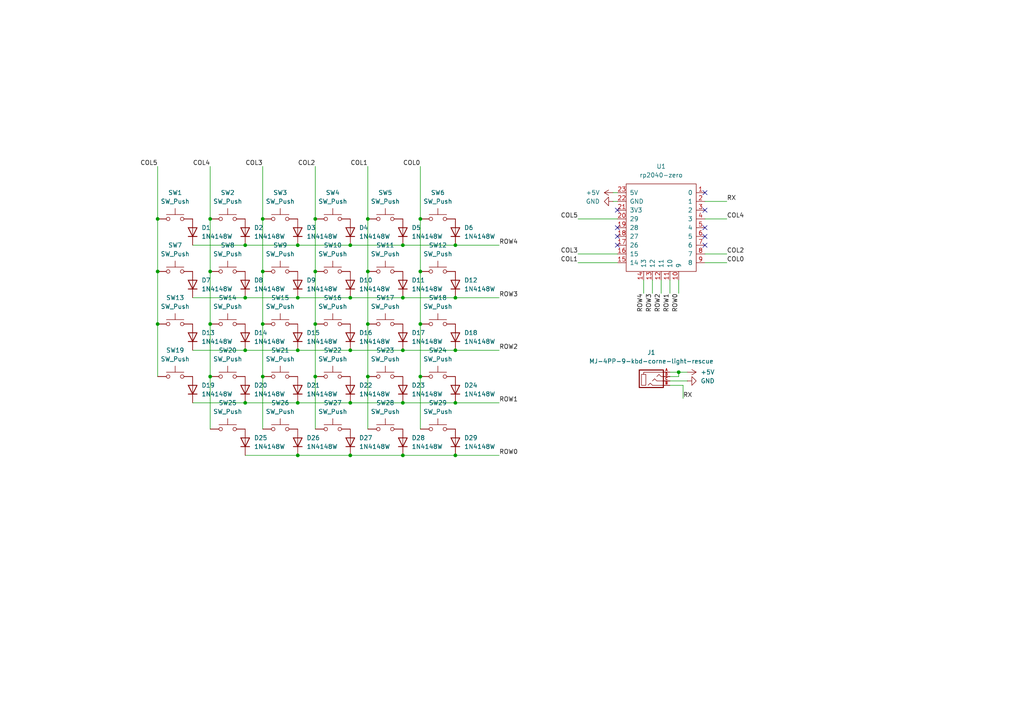
<source format=kicad_sch>
(kicad_sch (version 20231120) (generator "eeschema") (generator_version "8.0")
  (paper "A4")
  (title_block (title "Mackerel"))
  (lib_symbols
    (symbol "Diode:1N4148W" (pin_numbers hide) (pin_names hide)
      (property "Reference" "D" (at 0 2.54 0))
      (property "Value" "1N4148W" (at 0 -2.54 0))
      (symbol "1N4148W_0_1"
        (polyline (pts (xy -1.27 1.27) (xy -1.27 -1.27)) (stroke (width 0.254)))
        (polyline (pts (xy 1.27 0) (xy -1.27 0)))
        (polyline (pts (xy 1.27 1.27) (xy 1.27 -1.27) (xy -1.27 0) (xy 1.27 1.27)) (stroke (width 0.254)))
      )
      (symbol "1N4148W_1_1"
        (pin passive line (at -3.81 0 0) (length 2.54) (name "K") (number "1"))
        (pin passive line (at 3.81 0 180) (length 2.54) (name "A") (number "2"))
      )
    )
    (symbol "Switch:SW_Push" (pin_numbers hide) (pin_names (offset 1.016) hide)
      (property "Reference" "SW" (at 1.27 2.54 0))
      (property "Value" "SW_Push" (at 0 -1.524 0))
      (symbol "SW_Push_0_1"
        (circle (center -2.032 0) (radius 0.508))
        (polyline (pts (xy 0 1.27) (xy 0 3.048)))
        (polyline (pts (xy 2.54 1.27) (xy -2.54 1.27)))
        (circle (center 2.032 0) (radius 0.508))
        (pin passive line (at -5.08 0 0) (length 2.54) (name "1") (number "1"))
        (pin passive line (at 5.08 0 180) (length 2.54) (name "2") (number "2"))
      )
    )
    (symbol "mackerel:MJ-4PP-9-kbd-corne-light-rescue" (pin_names (offset 1.016))
      (property "Reference" "J" (at 0 3.81 0))
      (property "Value" "MJ-4PP-9-kbd-corne-light-rescue" (at 0 -3.81 0))
      (symbol "MJ-4PP-9-kbd-corne-light-rescue_0_1"
        (rectangle (start -1.905 -1.905) (end -3.175 1.27))
        (polyline (pts (xy -2.54 1.27) (xy -2.54 1.905) (xy 3.175 1.905)))
        (polyline (pts (xy -1.27 -1.905) (xy -0.635 -1.27) (xy 0 -1.905) (xy 3.175 -1.905)))
        (polyline (pts (xy 0 -0.635) (xy 0.635 0) (xy 1.27 -0.635) (xy 3.175 -0.635)))
        (polyline (pts (xy 1.27 0.635) (xy 1.905 1.27) (xy 2.54 0.635) (xy 3.175 0.635)))
        (rectangle (start 3.175 2.54) (end -3.81 -2.54) (stroke (width 0.3048)))
      )
      (symbol "MJ-4PP-9-kbd-corne-light-rescue_1_1"
        (pin input line (at 5.08 1.905 180) (length 2.0066) (name "~") (number "A"))
        (pin input line (at 5.08 -1.905 180) (length 2.0066) (name "~") (number "B"))
        (pin input line (at 5.08 -0.635 180) (length 2.0066) (name "~") (number "C"))
        (pin input line (at 5.08 0.635 180) (length 2.0066) (name "~") (number "D"))
      )
    )
    (symbol "mcu:rp2040-zero" (pin_names (offset 1.016))
      (property "Reference" "U" (at 0 15.24 0))
      (property "Value" "rp2040-zero" (at 0 12.7 0))
      (symbol "rp2040-zero_0_1"
        (rectangle (start -10.16 11.43) (end 10.16 -13.97))
      )
      (symbol "rp2040-zero_1_1"
        (pin bidirectional line (at 12.7 8.89 180) (length 2.54) (name "0") (number "1"))
        (pin bidirectional line (at 5.08 -16.51 90) (length 2.54) (name "9") (number "10"))
        (pin bidirectional line (at 2.54 -16.51 90) (length 2.54) (name "10") (number "11"))
        (pin bidirectional line (at 0 -16.51 90) (length 2.54) (name "11") (number "12"))
        (pin bidirectional line (at -2.54 -16.51 90) (length 2.54) (name "12") (number "13"))
        (pin bidirectional line (at -5.08 -16.51 90) (length 2.54) (name "13") (number "14"))
        (pin bidirectional line (at -12.7 -11.43 0) (length 2.54) (name "14") (number "15"))
        (pin bidirectional line (at -12.7 -8.89 0) (length 2.54) (name "15") (number "16"))
        (pin bidirectional line (at -12.7 -6.35 0) (length 2.54) (name "26") (number "17"))
        (pin bidirectional line (at -12.7 -3.81 0) (length 2.54) (name "27") (number "18"))
        (pin bidirectional line (at -12.7 -1.27 0) (length 2.54) (name "28") (number "19"))
        (pin bidirectional line (at 12.7 6.35 180) (length 2.54) (name "1") (number "2"))
        (pin bidirectional line (at -12.7 1.27 0) (length 2.54) (name "29") (number "20"))
        (pin power_out line (at -12.7 3.81 0) (length 2.54) (name "3V3") (number "21"))
        (pin power_out line (at -12.7 6.35 0) (length 2.54) (name "GND") (number "22"))
        (pin power_out line (at -12.7 8.89 0) (length 2.54) (name "5V") (number "23"))
        (pin bidirectional line (at 12.7 3.81 180) (length 2.54) (name "2") (number "3"))
        (pin bidirectional line (at 12.7 1.27 180) (length 2.54) (name "3") (number "4"))
        (pin bidirectional line (at 12.7 -1.27 180) (length 2.54) (name "4") (number "5"))
        (pin bidirectional line (at 12.7 -3.81 180) (length 2.54) (name "5") (number "6"))
        (pin bidirectional line (at 12.7 -6.35 180) (length 2.54) (name "6") (number "7"))
        (pin bidirectional line (at 12.7 -8.89 180) (length 2.54) (name "7") (number "8"))
        (pin bidirectional line (at 12.7 -11.43 180) (length 2.54) (name "8") (number "9"))
      )
    )
    (symbol "power:+5V" (power) (pin_numbers hide) (pin_names (offset 0) hide)
      (property "Value" "+5V" (at 0 3.556 0))
      (symbol "+5V_0_1"
        (polyline (pts (xy -0.762 1.27) (xy 0 2.54)))
        (polyline (pts (xy 0 0) (xy 0 2.54)))
        (polyline (pts (xy 0 2.54) (xy 0.762 1.27)))
      )
      (symbol "+5V_1_1"
        (pin power_in line (at 0 0 90) (length 0) (name "~") (number "1"))
      )
    )
    (symbol "power:GND" (power) (pin_numbers hide) (pin_names (offset 0) hide)
      (property "Value" "GND" (at 0 -3.81 0))
      (symbol "GND_0_1"
        (polyline (pts (xy 0 0) (xy 0 -1.27) (xy 1.27 -1.27) (xy 0 -2.54) (xy -1.27 -1.27) (xy 0 -1.27)))
      )
      (symbol "GND_1_1"
        (pin power_in line (at 0 0 270) (length 0) (name "~") (number "1"))
      )
    )
  )
  (junction (at 71.12 116.84))
  (junction (at 86.36 86.36))
  (junction (at 86.36 116.84))
  (junction (at 86.36 71.12))
  (junction (at 101.6 86.36))
  (junction (at 60.96 109.22))
  (junction (at 116.84 116.84))
  (junction (at 60.96 78.74))
  (junction (at 86.36 101.6))
  (junction (at 132.08 132.08))
  (junction (at 132.08 116.84))
  (junction (at 91.44 63.5))
  (junction (at 196.85 107.95))
  (junction (at 45.72 78.74))
  (junction (at 60.96 63.5))
  (junction (at 101.6 101.6))
  (junction (at 116.84 71.12))
  (junction (at 76.2 78.74))
  (junction (at 91.44 78.74))
  (junction (at 91.44 109.22))
  (junction (at 121.92 63.5))
  (junction (at 106.68 78.74))
  (junction (at 71.12 71.12))
  (junction (at 71.12 101.6))
  (junction (at 132.08 86.36))
  (junction (at 76.2 63.5))
  (junction (at 132.08 101.6))
  (junction (at 116.84 132.08))
  (junction (at 101.6 71.12))
  (junction (at 71.12 86.36))
  (junction (at 106.68 63.5))
  (junction (at 45.72 93.98))
  (junction (at 76.2 93.98))
  (junction (at 121.92 93.98))
  (junction (at 101.6 116.84))
  (junction (at 116.84 86.36))
  (junction (at 132.08 71.12))
  (junction (at 106.68 93.98))
  (junction (at 45.72 63.5))
  (junction (at 76.2 109.22))
  (junction (at 106.68 109.22))
  (junction (at 60.96 93.98))
  (junction (at 91.44 93.98))
  (junction (at 101.6 132.08))
  (junction (at 116.84 101.6))
  (junction (at 121.92 109.22))
  (junction (at 86.36 132.08))
  (junction (at 121.92 78.74))
  (no_connect (at 179.07 60.96))
  (no_connect (at 204.47 68.58))
  (no_connect (at 204.47 60.96))
  (no_connect (at 204.47 71.12))
  (no_connect (at 179.07 68.58))
  (no_connect (at 179.07 66.04))
  (no_connect (at 204.47 66.04))
  (no_connect (at 179.07 71.12))
  (no_connect (at 204.47 55.88))
  (wire (pts (xy 71.12 71.12) (xy 86.36 71.12)))
  (wire (pts (xy 86.36 132.08) (xy 101.6 132.08)))
  (wire (pts (xy 55.88 101.6) (xy 71.12 101.6)))
  (wire (pts (xy 106.68 78.74) (xy 106.68 93.98)))
  (wire (pts (xy 55.88 86.36) (xy 71.12 86.36)))
  (wire (pts (xy 186.69 81.28) (xy 186.69 85.09)))
  (wire (pts (xy 121.92 109.22) (xy 121.92 124.46)))
  (wire (pts (xy 71.12 116.84) (xy 86.36 116.84)))
  (wire (pts (xy 177.8 55.88) (xy 179.07 55.88)))
  (wire (pts (xy 132.08 132.08) (xy 144.78 132.08)))
  (wire (pts (xy 106.68 93.98) (xy 106.68 109.22)))
  (wire (pts (xy 194.31 110.49) (xy 199.39 110.49)))
  (wire (pts (xy 189.23 81.28) (xy 189.23 85.09)))
  (wire (pts (xy 45.72 48.26) (xy 45.72 63.5)))
  (wire (pts (xy 116.84 86.36) (xy 132.08 86.36)))
  (wire (pts (xy 91.44 93.98) (xy 91.44 109.22)))
  (wire (pts (xy 86.36 86.36) (xy 101.6 86.36)))
  (wire (pts (xy 204.47 76.2) (xy 210.82 76.2)))
  (wire (pts (xy 194.31 107.95) (xy 196.85 107.95)))
  (wire (pts (xy 91.44 48.26) (xy 91.44 63.5)))
  (wire (pts (xy 167.64 76.2) (xy 179.07 76.2)))
  (wire (pts (xy 204.47 73.66) (xy 210.82 73.66)))
  (wire (pts (xy 76.2 109.22) (xy 76.2 124.46)))
  (wire (pts (xy 76.2 48.26) (xy 76.2 63.5)))
  (wire (pts (xy 196.85 81.28) (xy 196.85 85.09)))
  (wire (pts (xy 106.68 63.5) (xy 106.68 78.74)))
  (wire (pts (xy 167.64 73.66) (xy 179.07 73.66)))
  (wire (pts (xy 196.85 107.95) (xy 199.39 107.95)))
  (wire (pts (xy 194.31 111.76) (xy 198.12 111.76)))
  (wire (pts (xy 101.6 132.08) (xy 116.84 132.08)))
  (wire (pts (xy 116.84 101.6) (xy 132.08 101.6)))
  (wire (pts (xy 121.92 63.5) (xy 121.92 78.74)))
  (wire (pts (xy 198.12 111.76) (xy 198.12 115.57)))
  (wire (pts (xy 177.8 58.42) (xy 179.07 58.42)))
  (wire (pts (xy 91.44 109.22) (xy 91.44 124.46)))
  (wire (pts (xy 194.31 81.28) (xy 194.31 85.09)))
  (wire (pts (xy 191.77 81.28) (xy 191.77 85.09)))
  (wire (pts (xy 106.68 48.26) (xy 106.68 63.5)))
  (wire (pts (xy 60.96 63.5) (xy 60.96 78.74)))
  (wire (pts (xy 132.08 71.12) (xy 144.78 71.12)))
  (wire (pts (xy 71.12 101.6) (xy 86.36 101.6)))
  (wire (pts (xy 121.92 48.26) (xy 121.92 63.5)))
  (wire (pts (xy 101.6 116.84) (xy 116.84 116.84)))
  (wire (pts (xy 194.31 109.22) (xy 196.85 109.22)))
  (wire (pts (xy 60.96 78.74) (xy 60.96 93.98)))
  (wire (pts (xy 132.08 116.84) (xy 144.78 116.84)))
  (wire (pts (xy 91.44 63.5) (xy 91.44 78.74)))
  (wire (pts (xy 91.44 78.74) (xy 91.44 93.98)))
  (wire (pts (xy 71.12 86.36) (xy 86.36 86.36)))
  (wire (pts (xy 86.36 116.84) (xy 101.6 116.84)))
  (wire (pts (xy 121.92 93.98) (xy 121.92 109.22)))
  (wire (pts (xy 45.72 78.74) (xy 45.72 93.98)))
  (wire (pts (xy 204.47 58.42) (xy 210.82 58.42)))
  (wire (pts (xy 86.36 101.6) (xy 101.6 101.6)))
  (wire (pts (xy 45.72 63.5) (xy 45.72 78.74)))
  (wire (pts (xy 101.6 86.36) (xy 116.84 86.36)))
  (wire (pts (xy 121.92 78.74) (xy 121.92 93.98)))
  (wire (pts (xy 55.88 71.12) (xy 71.12 71.12)))
  (wire (pts (xy 101.6 101.6) (xy 116.84 101.6)))
  (wire (pts (xy 116.84 116.84) (xy 132.08 116.84)))
  (wire (pts (xy 76.2 63.5) (xy 76.2 78.74)))
  (wire (pts (xy 45.72 93.98) (xy 45.72 109.22)))
  (wire (pts (xy 132.08 86.36) (xy 144.78 86.36)))
  (wire (pts (xy 76.2 93.98) (xy 76.2 109.22)))
  (wire (pts (xy 196.85 109.22) (xy 196.85 107.95)))
  (wire (pts (xy 55.88 116.84) (xy 71.12 116.84)))
  (wire (pts (xy 106.68 109.22) (xy 106.68 124.46)))
  (wire (pts (xy 167.64 63.5) (xy 179.07 63.5)))
  (wire (pts (xy 116.84 71.12) (xy 132.08 71.12)))
  (wire (pts (xy 60.96 48.26) (xy 60.96 63.5)))
  (wire (pts (xy 71.12 132.08) (xy 86.36 132.08)))
  (wire (pts (xy 60.96 93.98) (xy 60.96 109.22)))
  (wire (pts (xy 76.2 78.74) (xy 76.2 93.98)))
  (wire (pts (xy 101.6 71.12) (xy 116.84 71.12)))
  (wire (pts (xy 204.47 63.5) (xy 210.82 63.5)))
  (wire (pts (xy 60.96 109.22) (xy 60.96 124.46)))
  (wire (pts (xy 86.36 71.12) (xy 101.6 71.12)))
  (wire (pts (xy 116.84 132.08) (xy 132.08 132.08)))
  (wire (pts (xy 132.08 101.6) (xy 144.78 101.6)))
  (label "COL2" (at 210.82 73.66 0))
  (label "ROW4" (at 144.78 71.12 0))
  (label "ROW0" (at 144.78 132.08 0))
  (label "ROW3" (at 189.23 85.09 270))
  (label "COL1" (at 167.64 76.2 180))
  (label "COL3" (at 167.64 73.66 180))
  (label "ROW2" (at 191.77 85.09 270))
  (label "COL4" (at 210.82 63.5 0))
  (label "RX" (at 210.82 58.42 0))
  (label "COL4" (at 60.96 48.26 180))
  (label "ROW2" (at 144.78 101.6 0))
  (label "ROW3" (at 144.78 86.36 0))
  (label "COL2" (at 91.44 48.26 180))
  (label "COL5" (at 45.72 48.26 180))
  (label "ROW1" (at 194.31 85.09 270))
  (label "ROW4" (at 186.69 85.09 270))
  (label "COL5" (at 167.64 63.5 180))
  (label "RX" (at 198.12 115.57 0))
  (label "ROW0" (at 196.85 85.09 270))
  (label "COL0" (at 210.82 76.2 0))
  (label "COL0" (at 121.92 48.26 180))
  (label "COL1" (at 106.68 48.26 180))
  (label "ROW1" (at 144.78 116.84 0))
  (label "COL3" (at 76.2 48.26 180))
  (symbol (lib_id "Diode:1N4148W") (at 101.6 82.55 90) (unit 1)
    (property "Reference" "D10" (at 104.14 81.2799 90) (effects (justify right)))
    (property "Value" "1N4148W" (at 104.14 83.8199 90) (effects (justify right)))
    (property "Footprint" "mackerel:D3_SMD_modified" (effects (hide yes)))
    (property "Datasheet" "https://www.vishay.com/docs/85748/1n4148w.pdf" (effects (hide yes)))
    (property "Description" "75V 0.15A Fast Switching Diode, SOD-123" (effects (hide yes)))
    (property "Sim.Device" "D" (effects (hide yes)))
    (property "Sim.Pins" "1=K 2=A" (effects (hide yes)))
  )
  (symbol (lib_id "Switch:SW_Push") (at 66.04 93.98 0) (unit 1)
    (property "Reference" "SW14" (at 66.04 86.36 0))
    (property "Value" "SW_Push" (at 66.04 88.9 0))
    (property "Footprint" "mackerel:Kailh_socket_PG1350_reversible" (effects (hide yes)))
    (property "Description" "Push button switch, generic, two pins" (effects (hide yes)))
  )
  (symbol (lib_id "Diode:1N4148W") (at 132.08 113.03 90) (unit 1)
    (property "Reference" "D24" (at 134.62 111.7599 90) (effects (justify right)))
    (property "Value" "1N4148W" (at 134.62 114.2999 90) (effects (justify right)))
    (property "Footprint" "mackerel:D3_SMD_modified" (effects (hide yes)))
    (property "Datasheet" "https://www.vishay.com/docs/85748/1n4148w.pdf" (effects (hide yes)))
    (property "Description" "75V 0.15A Fast Switching Diode, SOD-123" (effects (hide yes)))
    (property "Sim.Device" "D" (effects (hide yes)))
    (property "Sim.Pins" "1=K 2=A" (effects (hide yes)))
  )
  (symbol (lib_id "Switch:SW_Push") (at 50.8 78.74 0) (unit 1)
    (property "Reference" "SW7" (at 50.8 71.12 0))
    (property "Value" "SW_Push" (at 50.8 73.66 0))
    (property "Footprint" "mackerel:Kailh_socket_PG1350_reversible" (effects (hide yes)))
    (property "Description" "Push button switch, generic, two pins" (effects (hide yes)))
  )
  (symbol (lib_id "Switch:SW_Push") (at 66.04 63.5 0) (unit 1)
    (property "Reference" "SW2" (at 66.04 55.88 0))
    (property "Value" "SW_Push" (at 66.04 58.42 0))
    (property "Footprint" "mackerel:Kailh_socket_PG1350_reversible" (effects (hide yes)))
    (property "Description" "Push button switch, generic, two pins" (effects (hide yes)))
  )
  (symbol (lib_id "Diode:1N4148W") (at 86.36 113.03 90) (unit 1)
    (property "Reference" "D21" (at 88.9 111.7599 90) (effects (justify right)))
    (property "Value" "1N4148W" (at 88.9 114.2999 90) (effects (justify right)))
    (property "Footprint" "mackerel:D3_SMD_modified" (effects (hide yes)))
    (property "Datasheet" "https://www.vishay.com/docs/85748/1n4148w.pdf" (effects (hide yes)))
    (property "Description" "75V 0.15A Fast Switching Diode, SOD-123" (effects (hide yes)))
    (property "Sim.Device" "D" (effects (hide yes)))
    (property "Sim.Pins" "1=K 2=A" (effects (hide yes)))
  )
  (symbol (lib_id "Switch:SW_Push") (at 111.76 63.5 0) (unit 1)
    (property "Reference" "SW5" (at 111.76 55.88 0))
    (property "Value" "SW_Push" (at 111.76 58.42 0))
    (property "Footprint" "mackerel:Kailh_socket_PG1350_reversible" (effects (hide yes)))
    (property "Description" "Push button switch, generic, two pins" (effects (hide yes)))
  )
  (symbol (lib_id "Diode:1N4148W") (at 55.88 113.03 90) (unit 1)
    (property "Reference" "D19" (at 58.42 111.7599 90) (effects (justify right)))
    (property "Value" "1N4148W" (at 58.42 114.2999 90) (effects (justify right)))
    (property "Footprint" "mackerel:D3_SMD_modified" (effects (hide yes)))
    (property "Datasheet" "https://www.vishay.com/docs/85748/1n4148w.pdf" (effects (hide yes)))
    (property "Description" "75V 0.15A Fast Switching Diode, SOD-123" (effects (hide yes)))
    (property "Sim.Device" "D" (effects (hide yes)))
    (property "Sim.Pins" "1=K 2=A" (effects (hide yes)))
  )
  (symbol (lib_id "Switch:SW_Push") (at 81.28 63.5 0) (unit 1)
    (property "Reference" "SW3" (at 81.28 55.88 0))
    (property "Value" "SW_Push" (at 81.28 58.42 0))
    (property "Footprint" "mackerel:Kailh_socket_PG1350_reversible" (effects (hide yes)))
    (property "Description" "Push button switch, generic, two pins" (effects (hide yes)))
  )
  (symbol (lib_id "Switch:SW_Push") (at 127 109.22 0) (unit 1)
    (property "Reference" "SW24" (at 127 101.6 0))
    (property "Value" "SW_Push" (at 127 104.14 0))
    (property "Footprint" "mackerel:Kailh_socket_PG1350_reversible" (effects (hide yes)))
    (property "Description" "Push button switch, generic, two pins" (effects (hide yes)))
  )
  (symbol (lib_id "power:+5V") (at 177.8 55.88 90) (unit 1)
    (property "Reference" "#PWR02" (effects (hide yes)))
    (property "Value" "+5V" (at 173.99 55.8799 90) (effects (justify left)))
    (property "Description" "Power symbol creates a global label with name \"+5V\"" (effects (hide yes)))
  )
  (symbol (lib_id "Diode:1N4148W") (at 116.84 113.03 90) (unit 1)
    (property "Reference" "D23" (at 119.38 111.7599 90) (effects (justify right)))
    (property "Value" "1N4148W" (at 119.38 114.2999 90) (effects (justify right)))
    (property "Footprint" "mackerel:D3_SMD_modified" (effects (hide yes)))
    (property "Datasheet" "https://www.vishay.com/docs/85748/1n4148w.pdf" (effects (hide yes)))
    (property "Description" "75V 0.15A Fast Switching Diode, SOD-123" (effects (hide yes)))
    (property "Sim.Device" "D" (effects (hide yes)))
    (property "Sim.Pins" "1=K 2=A" (effects (hide yes)))
  )
  (symbol (lib_id "Switch:SW_Push") (at 50.8 109.22 0) (unit 1)
    (property "Reference" "SW19" (at 50.8 101.6 0))
    (property "Value" "SW_Push" (at 50.8 104.14 0))
    (property "Footprint" "mackerel:Kailh_socket_PG1350_reversible" (effects (hide yes)))
    (property "Description" "Push button switch, generic, two pins" (effects (hide yes)))
  )
  (symbol (lib_id "power:GND") (at 177.8 58.42 270) (unit 1)
    (property "Reference" "#PWR01" (effects (hide yes)))
    (property "Value" "GND" (at 173.99 58.4199 90) (effects (justify right)))
    (property "Description" "Power symbol creates a global label with name \"GND\" , ground" (effects (hide yes)))
  )
  (symbol (lib_id "Diode:1N4148W") (at 71.12 113.03 90) (unit 1)
    (property "Reference" "D20" (at 73.66 111.7599 90) (effects (justify right)))
    (property "Value" "1N4148W" (at 73.66 114.2999 90) (effects (justify right)))
    (property "Footprint" "mackerel:D3_SMD_modified" (effects (hide yes)))
    (property "Datasheet" "https://www.vishay.com/docs/85748/1n4148w.pdf" (effects (hide yes)))
    (property "Description" "75V 0.15A Fast Switching Diode, SOD-123" (effects (hide yes)))
    (property "Sim.Device" "D" (effects (hide yes)))
    (property "Sim.Pins" "1=K 2=A" (effects (hide yes)))
  )
  (symbol (lib_id "Diode:1N4148W") (at 116.84 67.31 90) (unit 1)
    (property "Reference" "D5" (at 119.38 66.0399 90) (effects (justify right)))
    (property "Value" "1N4148W" (at 119.38 68.5799 90) (effects (justify right)))
    (property "Footprint" "mackerel:D3_SMD_modified" (effects (hide yes)))
    (property "Datasheet" "https://www.vishay.com/docs/85748/1n4148w.pdf" (effects (hide yes)))
    (property "Description" "75V 0.15A Fast Switching Diode, SOD-123" (effects (hide yes)))
    (property "Sim.Device" "D" (effects (hide yes)))
    (property "Sim.Pins" "1=K 2=A" (effects (hide yes)))
  )
  (symbol (lib_id "Diode:1N4148W") (at 132.08 67.31 90) (unit 1)
    (property "Reference" "D6" (at 134.62 66.0399 90) (effects (justify right)))
    (property "Value" "1N4148W" (at 134.62 68.5799 90) (effects (justify right)))
    (property "Footprint" "mackerel:D3_SMD_modified" (effects (hide yes)))
    (property "Datasheet" "https://www.vishay.com/docs/85748/1n4148w.pdf" (effects (hide yes)))
    (property "Description" "75V 0.15A Fast Switching Diode, SOD-123" (effects (hide yes)))
    (property "Sim.Device" "D" (effects (hide yes)))
    (property "Sim.Pins" "1=K 2=A" (effects (hide yes)))
  )
  (symbol (lib_id "Diode:1N4148W") (at 101.6 67.31 90) (unit 1)
    (property "Reference" "D4" (at 104.14 66.0399 90) (effects (justify right)))
    (property "Value" "1N4148W" (at 104.14 68.5799 90) (effects (justify right)))
    (property "Footprint" "mackerel:D3_SMD_modified" (effects (hide yes)))
    (property "Datasheet" "https://www.vishay.com/docs/85748/1n4148w.pdf" (effects (hide yes)))
    (property "Description" "75V 0.15A Fast Switching Diode, SOD-123" (effects (hide yes)))
    (property "Sim.Device" "D" (effects (hide yes)))
    (property "Sim.Pins" "1=K 2=A" (effects (hide yes)))
  )
  (symbol (lib_id "Switch:SW_Push") (at 96.52 109.22 0) (unit 1)
    (property "Reference" "SW22" (at 96.52 101.6 0))
    (property "Value" "SW_Push" (at 96.52 104.14 0))
    (property "Footprint" "mackerel:Kailh_socket_PG1350_reversible" (effects (hide yes)))
    (property "Description" "Push button switch, generic, two pins" (effects (hide yes)))
  )
  (symbol (lib_id "mcu:rp2040-zero") (at 191.77 64.77 0) (unit 1)
    (property "Reference" "U1" (at 191.77 48.26 0))
    (property "Value" "rp2040-zero" (at 191.77 50.8 0))
    (property "Footprint" "mackerel:rp2040-zero-tht_modified-semi-reversible" (effects (hide yes)))
  )
  (symbol (lib_id "Diode:1N4148W") (at 55.88 67.31 90) (unit 1)
    (property "Reference" "D1" (at 58.42 66.0399 90) (effects (justify right)))
    (property "Value" "1N4148W" (at 58.42 68.5799 90) (effects (justify right)))
    (property "Footprint" "mackerel:D3_SMD_modified" (effects (hide yes)))
    (property "Datasheet" "https://www.vishay.com/docs/85748/1n4148w.pdf" (effects (hide yes)))
    (property "Description" "75V 0.15A Fast Switching Diode, SOD-123" (effects (hide yes)))
    (property "Sim.Device" "D" (effects (hide yes)))
    (property "Sim.Pins" "1=K 2=A" (effects (hide yes)))
  )
  (symbol (lib_id "Switch:SW_Push") (at 81.28 109.22 0) (unit 1)
    (property "Reference" "SW21" (at 81.28 101.6 0))
    (property "Value" "SW_Push" (at 81.28 104.14 0))
    (property "Footprint" "mackerel:Kailh_socket_PG1350_reversible" (effects (hide yes)))
    (property "Description" "Push button switch, generic, two pins" (effects (hide yes)))
  )
  (symbol (lib_id "Diode:1N4148W") (at 86.36 82.55 90) (unit 1)
    (property "Reference" "D9" (at 88.9 81.2799 90) (effects (justify right)))
    (property "Value" "1N4148W" (at 88.9 83.8199 90) (effects (justify right)))
    (property "Footprint" "mackerel:D3_SMD_modified" (effects (hide yes)))
    (property "Datasheet" "https://www.vishay.com/docs/85748/1n4148w.pdf" (effects (hide yes)))
    (property "Description" "75V 0.15A Fast Switching Diode, SOD-123" (effects (hide yes)))
    (property "Sim.Device" "D" (effects (hide yes)))
    (property "Sim.Pins" "1=K 2=A" (effects (hide yes)))
  )
  (symbol (lib_id "Switch:SW_Push") (at 111.76 78.74 0) (unit 1)
    (property "Reference" "SW11" (at 111.76 71.12 0))
    (property "Value" "SW_Push" (at 111.76 73.66 0))
    (property "Footprint" "mackerel:Kailh_socket_PG1350_reversible" (effects (hide yes)))
    (property "Description" "Push button switch, generic, two pins" (effects (hide yes)))
  )
  (symbol (lib_id "Diode:1N4148W") (at 101.6 97.79 90) (unit 1)
    (property "Reference" "D16" (at 104.14 96.5199 90) (effects (justify right)))
    (property "Value" "1N4148W" (at 104.14 99.0599 90) (effects (justify right)))
    (property "Footprint" "mackerel:D3_SMD_modified" (effects (hide yes)))
    (property "Datasheet" "https://www.vishay.com/docs/85748/1n4148w.pdf" (effects (hide yes)))
    (property "Description" "75V 0.15A Fast Switching Diode, SOD-123" (effects (hide yes)))
    (property "Sim.Device" "D" (effects (hide yes)))
    (property "Sim.Pins" "1=K 2=A" (effects (hide yes)))
  )
  (symbol (lib_id "Switch:SW_Push") (at 81.28 124.46 0) (unit 1)
    (property "Reference" "SW26" (at 81.28 116.84 0))
    (property "Value" "SW_Push" (at 81.28 119.38 0))
    (property "Footprint" "mackerel:Kailh_socket_PG1350_reversible" (effects (hide yes)))
    (property "Description" "Push button switch, generic, two pins" (effects (hide yes)))
  )
  (symbol (lib_id "Switch:SW_Push") (at 111.76 93.98 0) (unit 1)
    (property "Reference" "SW17" (at 111.76 86.36 0))
    (property "Value" "SW_Push" (at 111.76 88.9 0))
    (property "Footprint" "mackerel:Kailh_socket_PG1350_reversible" (effects (hide yes)))
    (property "Description" "Push button switch, generic, two pins" (effects (hide yes)))
  )
  (symbol (lib_id "Switch:SW_Push") (at 111.76 109.22 0) (unit 1)
    (property "Reference" "SW23" (at 111.76 101.6 0))
    (property "Value" "SW_Push" (at 111.76 104.14 0))
    (property "Footprint" "mackerel:Kailh_socket_PG1350_reversible" (effects (hide yes)))
    (property "Description" "Push button switch, generic, two pins" (effects (hide yes)))
  )
  (symbol (lib_id "Switch:SW_Push") (at 96.52 124.46 0) (unit 1)
    (property "Reference" "SW27" (at 96.52 116.84 0))
    (property "Value" "SW_Push" (at 96.52 119.38 0))
    (property "Footprint" "mackerel:Kailh_socket_PG1350_reversible" (effects (hide yes)))
    (property "Description" "Push button switch, generic, two pins" (effects (hide yes)))
  )
  (symbol (lib_id "Switch:SW_Push") (at 127 63.5 0) (unit 1)
    (property "Reference" "SW6" (at 127 55.88 0))
    (property "Value" "SW_Push" (at 127 58.42 0))
    (property "Footprint" "mackerel:Kailh_socket_PG1350_reversible" (effects (hide yes)))
    (property "Description" "Push button switch, generic, two pins" (effects (hide yes)))
  )
  (symbol (lib_id "Switch:SW_Push") (at 96.52 93.98 0) (unit 1)
    (property "Reference" "SW16" (at 96.52 86.36 0))
    (property "Value" "SW_Push" (at 96.52 88.9 0))
    (property "Footprint" "mackerel:Kailh_socket_PG1350_reversible" (effects (hide yes)))
    (property "Description" "Push button switch, generic, two pins" (effects (hide yes)))
  )
  (symbol (lib_id "Diode:1N4148W") (at 132.08 97.79 90) (unit 1)
    (property "Reference" "D18" (at 134.62 96.5199 90) (effects (justify right)))
    (property "Value" "1N4148W" (at 134.62 99.0599 90) (effects (justify right)))
    (property "Footprint" "mackerel:D3_SMD_modified" (effects (hide yes)))
    (property "Datasheet" "https://www.vishay.com/docs/85748/1n4148w.pdf" (effects (hide yes)))
    (property "Description" "75V 0.15A Fast Switching Diode, SOD-123" (effects (hide yes)))
    (property "Sim.Device" "D" (effects (hide yes)))
    (property "Sim.Pins" "1=K 2=A" (effects (hide yes)))
  )
  (symbol (lib_id "Diode:1N4148W") (at 71.12 128.27 90) (unit 1)
    (property "Reference" "D25" (at 73.66 126.9999 90) (effects (justify right)))
    (property "Value" "1N4148W" (at 73.66 129.5399 90) (effects (justify right)))
    (property "Footprint" "mackerel:D3_SMD_modified" (effects (hide yes)))
    (property "Datasheet" "https://www.vishay.com/docs/85748/1n4148w.pdf" (effects (hide yes)))
    (property "Description" "75V 0.15A Fast Switching Diode, SOD-123" (effects (hide yes)))
    (property "Sim.Device" "D" (effects (hide yes)))
    (property "Sim.Pins" "1=K 2=A" (effects (hide yes)))
  )
  (symbol (lib_id "Diode:1N4148W") (at 71.12 97.79 90) (unit 1)
    (property "Reference" "D14" (at 73.66 96.5199 90) (effects (justify right)))
    (property "Value" "1N4148W" (at 73.66 99.0599 90) (effects (justify right)))
    (property "Footprint" "mackerel:D3_SMD_modified" (effects (hide yes)))
    (property "Datasheet" "https://www.vishay.com/docs/85748/1n4148w.pdf" (effects (hide yes)))
    (property "Description" "75V 0.15A Fast Switching Diode, SOD-123" (effects (hide yes)))
    (property "Sim.Device" "D" (effects (hide yes)))
    (property "Sim.Pins" "1=K 2=A" (effects (hide yes)))
  )
  (symbol (lib_id "power:+5V") (at 199.39 107.95 270) (unit 1)
    (property "Reference" "#PWR04" (effects (hide yes)))
    (property "Value" "+5V" (at 203.2 107.9499 90) (effects (justify left)))
    (property "Description" "Power symbol creates a global label with name \"+5V\"" (effects (hide yes)))
  )
  (symbol (lib_id "Switch:SW_Push") (at 127 124.46 0) (unit 1)
    (property "Reference" "SW29" (at 127 116.84 0))
    (property "Value" "SW_Push" (at 127 119.38 0))
    (property "Footprint" "mackerel:Kailh_socket_PG1350_reversible" (effects (hide yes)))
    (property "Description" "Push button switch, generic, two pins" (effects (hide yes)))
  )
  (symbol (lib_id "Switch:SW_Push") (at 66.04 109.22 0) (unit 1)
    (property "Reference" "SW20" (at 66.04 101.6 0))
    (property "Value" "SW_Push" (at 66.04 104.14 0))
    (property "Footprint" "mackerel:Kailh_socket_PG1350_reversible" (effects (hide yes)))
    (property "Description" "Push button switch, generic, two pins" (effects (hide yes)))
  )
  (symbol (lib_id "Diode:1N4148W") (at 116.84 128.27 90) (unit 1)
    (property "Reference" "D28" (at 119.38 126.9999 90) (effects (justify right)))
    (property "Value" "1N4148W" (at 119.38 129.5399 90) (effects (justify right)))
    (property "Footprint" "mackerel:D3_SMD_modified" (effects (hide yes)))
    (property "Datasheet" "https://www.vishay.com/docs/85748/1n4148w.pdf" (effects (hide yes)))
    (property "Description" "75V 0.15A Fast Switching Diode, SOD-123" (effects (hide yes)))
    (property "Sim.Device" "D" (effects (hide yes)))
    (property "Sim.Pins" "1=K 2=A" (effects (hide yes)))
  )
  (symbol (lib_id "Switch:SW_Push") (at 111.76 124.46 0) (unit 1)
    (property "Reference" "SW28" (at 111.76 116.84 0))
    (property "Value" "SW_Push" (at 111.76 119.38 0))
    (property "Footprint" "mackerel:Kailh_socket_PG1350_reversible" (effects (hide yes)))
    (property "Description" "Push button switch, generic, two pins" (effects (hide yes)))
  )
  (symbol (lib_id "Switch:SW_Push") (at 81.28 93.98 0) (unit 1)
    (property "Reference" "SW15" (at 81.28 86.36 0))
    (property "Value" "SW_Push" (at 81.28 88.9 0))
    (property "Footprint" "mackerel:Kailh_socket_PG1350_reversible" (effects (hide yes)))
    (property "Description" "Push button switch, generic, two pins" (effects (hide yes)))
  )
  (symbol (lib_id "Diode:1N4148W") (at 71.12 82.55 90) (unit 1)
    (property "Reference" "D8" (at 73.66 81.2799 90) (effects (justify right)))
    (property "Value" "1N4148W" (at 73.66 83.8199 90) (effects (justify right)))
    (property "Footprint" "mackerel:D3_SMD_modified" (effects (hide yes)))
    (property "Datasheet" "https://www.vishay.com/docs/85748/1n4148w.pdf" (effects (hide yes)))
    (property "Description" "75V 0.15A Fast Switching Diode, SOD-123" (effects (hide yes)))
    (property "Sim.Device" "D" (effects (hide yes)))
    (property "Sim.Pins" "1=K 2=A" (effects (hide yes)))
  )
  (symbol (lib_id "Switch:SW_Push") (at 66.04 124.46 0) (unit 1)
    (property "Reference" "SW25" (at 66.04 116.84 0))
    (property "Value" "SW_Push" (at 66.04 119.38 0))
    (property "Footprint" "mackerel:Kailh_socket_PG1350_reversible" (effects (hide yes)))
    (property "Description" "Push button switch, generic, two pins" (effects (hide yes)))
  )
  (symbol (lib_id "Switch:SW_Push") (at 50.8 63.5 0) (unit 1)
    (property "Reference" "SW1" (at 50.8 55.88 0))
    (property "Value" "SW_Push" (at 50.8 58.42 0))
    (property "Footprint" "mackerel:Kailh_socket_PG1350_reversible" (effects (hide yes)))
    (property "Description" "Push button switch, generic, two pins" (effects (hide yes)))
  )
  (symbol (lib_id "Switch:SW_Push") (at 66.04 78.74 0) (unit 1)
    (property "Reference" "SW8" (at 66.04 71.12 0))
    (property "Value" "SW_Push" (at 66.04 73.66 0))
    (property "Footprint" "mackerel:Kailh_socket_PG1350_reversible" (effects (hide yes)))
    (property "Description" "Push button switch, generic, two pins" (effects (hide yes)))
  )
  (symbol (lib_id "Switch:SW_Push") (at 127 78.74 0) (unit 1)
    (property "Reference" "SW12" (at 127 71.12 0))
    (property "Value" "SW_Push" (at 127 73.66 0))
    (property "Footprint" "mackerel:Kailh_socket_PG1350_reversible" (effects (hide yes)))
    (property "Description" "Push button switch, generic, two pins" (effects (hide yes)))
  )
  (symbol (lib_id "Switch:SW_Push") (at 50.8 93.98 0) (unit 1)
    (property "Reference" "SW13" (at 50.8 86.36 0))
    (property "Value" "SW_Push" (at 50.8 88.9 0))
    (property "Footprint" "mackerel:Kailh_socket_PG1350_reversible" (effects (hide yes)))
    (property "Description" "Push button switch, generic, two pins" (effects (hide yes)))
  )
  (symbol (lib_id "Diode:1N4148W") (at 86.36 67.31 90) (unit 1)
    (property "Reference" "D3" (at 88.9 66.0399 90) (effects (justify right)))
    (property "Value" "1N4148W" (at 88.9 68.5799 90) (effects (justify right)))
    (property "Footprint" "mackerel:D3_SMD_modified" (effects (hide yes)))
    (property "Datasheet" "https://www.vishay.com/docs/85748/1n4148w.pdf" (effects (hide yes)))
    (property "Description" "75V 0.15A Fast Switching Diode, SOD-123" (effects (hide yes)))
    (property "Sim.Device" "D" (effects (hide yes)))
    (property "Sim.Pins" "1=K 2=A" (effects (hide yes)))
  )
  (symbol (lib_id "Diode:1N4148W") (at 132.08 82.55 90) (unit 1)
    (property "Reference" "D12" (at 134.62 81.2799 90) (effects (justify right)))
    (property "Value" "1N4148W" (at 134.62 83.8199 90) (effects (justify right)))
    (property "Footprint" "mackerel:D3_SMD_modified" (effects (hide yes)))
    (property "Datasheet" "https://www.vishay.com/docs/85748/1n4148w.pdf" (effects (hide yes)))
    (property "Description" "75V 0.15A Fast Switching Diode, SOD-123" (effects (hide yes)))
    (property "Sim.Device" "D" (effects (hide yes)))
    (property "Sim.Pins" "1=K 2=A" (effects (hide yes)))
  )
  (symbol (lib_id "Diode:1N4148W") (at 116.84 82.55 90) (unit 1)
    (property "Reference" "D11" (at 119.38 81.2799 90) (effects (justify right)))
    (property "Value" "1N4148W" (at 119.38 83.8199 90) (effects (justify right)))
    (property "Footprint" "mackerel:D3_SMD_modified" (effects (hide yes)))
    (property "Datasheet" "https://www.vishay.com/docs/85748/1n4148w.pdf" (effects (hide yes)))
    (property "Description" "75V 0.15A Fast Switching Diode, SOD-123" (effects (hide yes)))
    (property "Sim.Device" "D" (effects (hide yes)))
    (property "Sim.Pins" "1=K 2=A" (effects (hide yes)))
  )
  (symbol (lib_id "Diode:1N4148W") (at 55.88 82.55 90) (unit 1)
    (property "Reference" "D7" (at 58.42 81.2799 90) (effects (justify right)))
    (property "Value" "1N4148W" (at 58.42 83.8199 90) (effects (justify right)))
    (property "Footprint" "mackerel:D3_SMD_modified" (effects (hide yes)))
    (property "Datasheet" "https://www.vishay.com/docs/85748/1n4148w.pdf" (effects (hide yes)))
    (property "Description" "75V 0.15A Fast Switching Diode, SOD-123" (effects (hide yes)))
    (property "Sim.Device" "D" (effects (hide yes)))
    (property "Sim.Pins" "1=K 2=A" (effects (hide yes)))
  )
  (symbol (lib_id "Diode:1N4148W") (at 116.84 97.79 90) (unit 1)
    (property "Reference" "D17" (at 119.38 96.5199 90) (effects (justify right)))
    (property "Value" "1N4148W" (at 119.38 99.0599 90) (effects (justify right)))
    (property "Footprint" "mackerel:D3_SMD_modified" (effects (hide yes)))
    (property "Datasheet" "https://www.vishay.com/docs/85748/1n4148w.pdf" (effects (hide yes)))
    (property "Description" "75V 0.15A Fast Switching Diode, SOD-123" (effects (hide yes)))
    (property "Sim.Device" "D" (effects (hide yes)))
    (property "Sim.Pins" "1=K 2=A" (effects (hide yes)))
  )
  (symbol (lib_id "Diode:1N4148W") (at 55.88 97.79 90) (unit 1)
    (property "Reference" "D13" (at 58.42 96.5199 90) (effects (justify right)))
    (property "Value" "1N4148W" (at 58.42 99.0599 90) (effects (justify right)))
    (property "Footprint" "mackerel:D3_SMD_modified" (effects (hide yes)))
    (property "Datasheet" "https://www.vishay.com/docs/85748/1n4148w.pdf" (effects (hide yes)))
    (property "Description" "75V 0.15A Fast Switching Diode, SOD-123" (effects (hide yes)))
    (property "Sim.Device" "D" (effects (hide yes)))
    (property "Sim.Pins" "1=K 2=A" (effects (hide yes)))
  )
  (symbol (lib_id "Switch:SW_Push") (at 81.28 78.74 0) (unit 1)
    (property "Reference" "SW9" (at 81.28 71.12 0))
    (property "Value" "SW_Push" (at 81.28 73.66 0))
    (property "Footprint" "mackerel:Kailh_socket_PG1350_reversible" (effects (hide yes)))
    (property "Description" "Push button switch, generic, two pins" (effects (hide yes)))
  )
  (symbol (lib_id "power:GND") (at 199.39 110.49 90) (unit 1)
    (property "Reference" "#PWR05" (effects (hide yes)))
    (property "Value" "GND" (at 203.2 110.4899 90) (effects (justify right)))
    (property "Description" "Power symbol creates a global label with name \"GND\" , ground" (effects (hide yes)))
  )
  (symbol (lib_id "Diode:1N4148W") (at 71.12 67.31 90) (unit 1)
    (property "Reference" "D2" (at 73.66 66.0399 90) (effects (justify right)))
    (property "Value" "1N4148W" (at 73.66 68.5799 90) (effects (justify right)))
    (property "Footprint" "mackerel:D3_SMD_modified" (effects (hide yes)))
    (property "Datasheet" "https://www.vishay.com/docs/85748/1n4148w.pdf" (effects (hide yes)))
    (property "Description" "75V 0.15A Fast Switching Diode, SOD-123" (effects (hide yes)))
    (property "Sim.Device" "D" (effects (hide yes)))
    (property "Sim.Pins" "1=K 2=A" (effects (hide yes)))
  )
  (symbol (lib_id "Switch:SW_Push") (at 127 93.98 0) (unit 1)
    (property "Reference" "SW18" (at 127 86.36 0))
    (property "Value" "SW_Push" (at 127 88.9 0))
    (property "Footprint" "mackerel:Kailh_socket_PG1350_reversible" (effects (hide yes)))
    (property "Description" "Push button switch, generic, two pins" (effects (hide yes)))
  )
  (symbol (lib_id "mackerel:MJ-4PP-9-kbd-corne-light-rescue") (at 189.23 109.855 0) (unit 1)
    (property "Reference" "J1" (at 188.9125 102.235 0))
    (property "Value" "MJ-4PP-9-kbd-corne-light-rescue" (at 188.9125 104.775 0))
    (property "Footprint" "mackerel:TRRS-3pin_modified" (effects (hide yes)))
  )
  (symbol (lib_id "Diode:1N4148W") (at 132.08 128.27 90) (unit 1)
    (property "Reference" "D29" (at 134.62 126.9999 90) (effects (justify right)))
    (property "Value" "1N4148W" (at 134.62 129.5399 90) (effects (justify right)))
    (property "Footprint" "mackerel:D3_SMD_modified" (effects (hide yes)))
    (property "Datasheet" "https://www.vishay.com/docs/85748/1n4148w.pdf" (effects (hide yes)))
    (property "Description" "75V 0.15A Fast Switching Diode, SOD-123" (effects (hide yes)))
    (property "Sim.Device" "D" (effects (hide yes)))
    (property "Sim.Pins" "1=K 2=A" (effects (hide yes)))
  )
  (symbol (lib_id "Diode:1N4148W") (at 101.6 128.27 90) (unit 1)
    (property "Reference" "D27" (at 104.14 126.9999 90) (effects (justify right)))
    (property "Value" "1N4148W" (at 104.14 129.5399 90) (effects (justify right)))
    (property "Footprint" "mackerel:D3_SMD_modified" (effects (hide yes)))
    (property "Datasheet" "https://www.vishay.com/docs/85748/1n4148w.pdf" (effects (hide yes)))
    (property "Description" "75V 0.15A Fast Switching Diode, SOD-123" (effects (hide yes)))
    (property "Sim.Device" "D" (effects (hide yes)))
    (property "Sim.Pins" "1=K 2=A" (effects (hide yes)))
  )
  (symbol (lib_id "Diode:1N4148W") (at 86.36 97.79 90) (unit 1)
    (property "Reference" "D15" (at 88.9 96.5199 90) (effects (justify right)))
    (property "Value" "1N4148W" (at 88.9 99.0599 90) (effects (justify right)))
    (property "Footprint" "mackerel:D3_SMD_modified" (effects (hide yes)))
    (property "Datasheet" "https://www.vishay.com/docs/85748/1n4148w.pdf" (effects (hide yes)))
    (property "Description" "75V 0.15A Fast Switching Diode, SOD-123" (effects (hide yes)))
    (property "Sim.Device" "D" (effects (hide yes)))
    (property "Sim.Pins" "1=K 2=A" (effects (hide yes)))
  )
  (symbol (lib_id "Diode:1N4148W") (at 86.36 128.27 90) (unit 1)
    (property "Reference" "D26" (at 88.9 126.9999 90) (effects (justify right)))
    (property "Value" "1N4148W" (at 88.9 129.5399 90) (effects (justify right)))
    (property "Footprint" "mackerel:D3_SMD_modified" (effects (hide yes)))
    (property "Datasheet" "https://www.vishay.com/docs/85748/1n4148w.pdf" (effects (hide yes)))
    (property "Description" "75V 0.15A Fast Switching Diode, SOD-123" (effects (hide yes)))
    (property "Sim.Device" "D" (effects (hide yes)))
    (property "Sim.Pins" "1=K 2=A" (effects (hide yes)))
  )
  (symbol (lib_id "Diode:1N4148W") (at 101.6 113.03 90) (unit 1)
    (property "Reference" "D22" (at 104.14 111.7599 90) (effects (justify right)))
    (property "Value" "1N4148W" (at 104.14 114.2999 90) (effects (justify right)))
    (property "Footprint" "mackerel:D3_SMD_modified" (effects (hide yes)))
    (property "Datasheet" "https://www.vishay.com/docs/85748/1n4148w.pdf" (effects (hide yes)))
    (property "Description" "75V 0.15A Fast Switching Diode, SOD-123" (effects (hide yes)))
    (property "Sim.Device" "D" (effects (hide yes)))
    (property "Sim.Pins" "1=K 2=A" (effects (hide yes)))
  )
  (symbol (lib_id "Switch:SW_Push") (at 96.52 78.74 0) (unit 1)
    (property "Reference" "SW10" (at 96.52 71.12 0))
    (property "Value" "SW_Push" (at 96.52 73.66 0))
    (property "Footprint" "mackerel:Kailh_socket_PG1350_reversible" (effects (hide yes)))
    (property "Description" "Push button switch, generic, two pins" (effects (hide yes)))
  )
  (symbol (lib_id "Switch:SW_Push") (at 96.52 63.5 0) (unit 1)
    (property "Reference" "SW4" (at 96.52 55.88 0))
    (property "Value" "SW_Push" (at 96.52 58.42 0))
    (property "Footprint" "mackerel:Kailh_socket_PG1350_reversible" (effects (hide yes)))
    (property "Description" "Push button switch, generic, two pins" (effects (hide yes)))
  )
)
</source>
